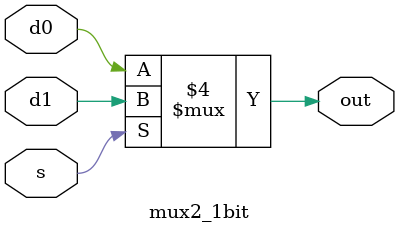
<source format=sv>
module mux2_1bit(d0, d1, s, out);
	
	input logic d0;
	input logic d1;
	output logic out;
	input logic s;
	
	always_comb begin 
		if(s == 1'b0)
			out = d0;
		else
			out = d1;
	end
	
endmodule 
</source>
